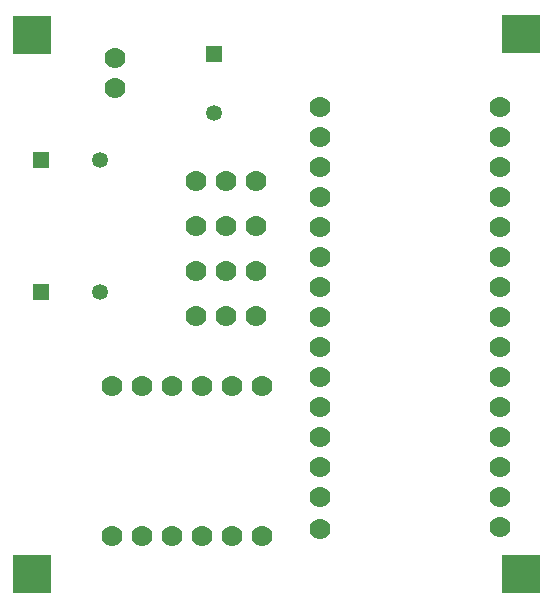
<source format=gbl>
G04*
G04 #@! TF.GenerationSoftware,Altium Limited,Altium Designer,21.8.1 (53)*
G04*
G04 Layer_Physical_Order=2*
G04 Layer_Color=16711680*
%FSLAX44Y44*%
%MOMM*%
G71*
G04*
G04 #@! TF.SameCoordinates,4F22C770-9D15-417D-9D0D-A021CFFA2AF0*
G04*
G04*
G04 #@! TF.FilePolarity,Positive*
G04*
G01*
G75*
%ADD17R,3.2000X3.2000*%
%ADD18C,1.7780*%
%ADD19C,1.3500*%
%ADD20R,1.3500X1.3500*%
%ADD21R,1.3500X1.3500*%
D17*
X1182370Y575310D02*
D03*
X768350D02*
D03*
X1182370Y1032510D02*
D03*
X768350Y1031240D02*
D03*
D18*
X1012380Y613410D02*
D03*
X1012190Y970280D02*
D03*
Y944880D02*
D03*
Y919480D02*
D03*
Y894080D02*
D03*
Y868680D02*
D03*
Y843280D02*
D03*
Y817880D02*
D03*
Y792480D02*
D03*
Y767080D02*
D03*
Y741680D02*
D03*
Y716280D02*
D03*
Y690880D02*
D03*
Y665480D02*
D03*
Y640080D02*
D03*
X1164590Y614680D02*
D03*
Y970280D02*
D03*
Y944880D02*
D03*
Y919480D02*
D03*
Y894080D02*
D03*
Y868680D02*
D03*
Y843280D02*
D03*
Y817880D02*
D03*
Y792480D02*
D03*
Y767080D02*
D03*
Y741680D02*
D03*
Y716280D02*
D03*
Y690880D02*
D03*
Y665480D02*
D03*
Y640080D02*
D03*
X835660Y607060D02*
D03*
X861060D02*
D03*
X886460D02*
D03*
X911860D02*
D03*
X937260D02*
D03*
X962660D02*
D03*
X861060Y734060D02*
D03*
X886460D02*
D03*
X911860D02*
D03*
X937260D02*
D03*
X962660D02*
D03*
X835660D02*
D03*
X838200Y986790D02*
D03*
Y1012190D02*
D03*
X906780Y908050D02*
D03*
X932180D02*
D03*
X957580D02*
D03*
X906780Y831850D02*
D03*
X932180D02*
D03*
X957580D02*
D03*
X906780Y793750D02*
D03*
X932180D02*
D03*
X957580D02*
D03*
X906780Y869950D02*
D03*
X932180D02*
D03*
X957580D02*
D03*
D19*
X922020Y965600D02*
D03*
X825970Y814070D02*
D03*
X825500Y925830D02*
D03*
D20*
X922020Y1015600D02*
D03*
D21*
X775970Y814070D02*
D03*
X775500Y925830D02*
D03*
M02*

</source>
